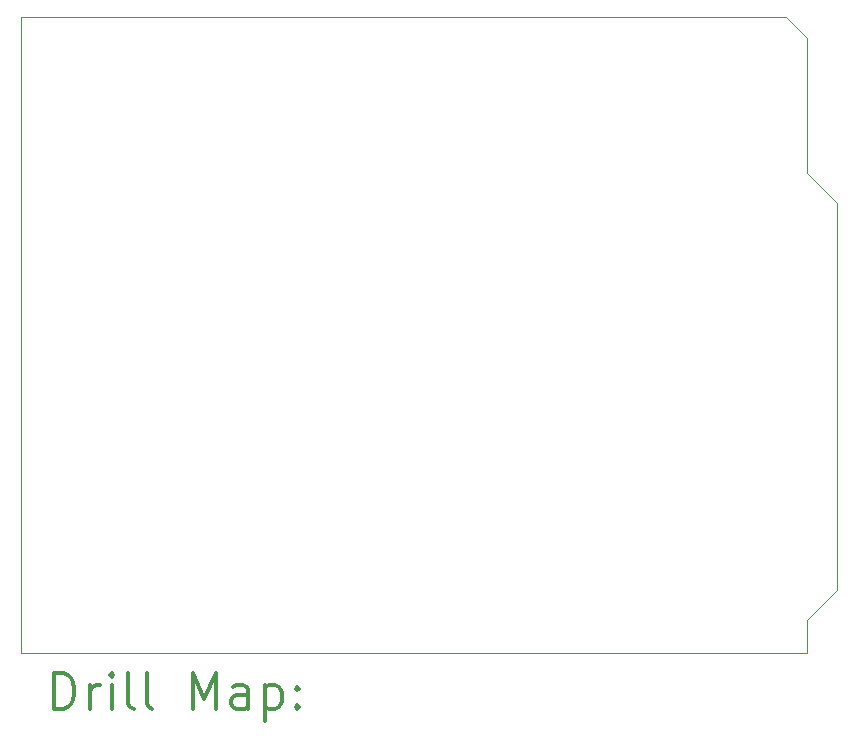
<source format=gbr>
%FSLAX45Y45*%
G04 Gerber Fmt 4.5, Leading zero omitted, Abs format (unit mm)*
G04 Created by KiCad (PCBNEW (5.1.7)-1) date 2021-01-26 00:26:25*
%MOMM*%
%LPD*%
G01*
G04 APERTURE LIST*
%TA.AperFunction,Profile*%
%ADD10C,0.050000*%
%TD*%
%ADD11C,0.200000*%
%ADD12C,0.300000*%
G04 APERTURE END LIST*
D10*
X11264900Y-11722100D02*
X11264900Y-6337300D01*
X17919700Y-11722100D02*
X11264900Y-11722100D01*
X17919700Y-11442700D02*
X17919700Y-11722100D01*
X18173700Y-11188700D02*
X17919700Y-11442700D01*
X18173700Y-7912100D02*
X18173700Y-11188700D01*
X17919700Y-7658100D02*
X18173700Y-7912100D01*
X17919700Y-6515100D02*
X17919700Y-7658100D01*
X17741900Y-6337300D02*
X17919700Y-6515100D01*
X11264900Y-6337300D02*
X17741900Y-6337300D01*
D11*
D12*
X11548828Y-12190314D02*
X11548828Y-11890314D01*
X11620257Y-11890314D01*
X11663114Y-11904600D01*
X11691686Y-11933171D01*
X11705971Y-11961743D01*
X11720257Y-12018886D01*
X11720257Y-12061743D01*
X11705971Y-12118886D01*
X11691686Y-12147457D01*
X11663114Y-12176029D01*
X11620257Y-12190314D01*
X11548828Y-12190314D01*
X11848828Y-12190314D02*
X11848828Y-11990314D01*
X11848828Y-12047457D02*
X11863114Y-12018886D01*
X11877400Y-12004600D01*
X11905971Y-11990314D01*
X11934543Y-11990314D01*
X12034543Y-12190314D02*
X12034543Y-11990314D01*
X12034543Y-11890314D02*
X12020257Y-11904600D01*
X12034543Y-11918886D01*
X12048828Y-11904600D01*
X12034543Y-11890314D01*
X12034543Y-11918886D01*
X12220257Y-12190314D02*
X12191686Y-12176029D01*
X12177400Y-12147457D01*
X12177400Y-11890314D01*
X12377400Y-12190314D02*
X12348828Y-12176029D01*
X12334543Y-12147457D01*
X12334543Y-11890314D01*
X12720257Y-12190314D02*
X12720257Y-11890314D01*
X12820257Y-12104600D01*
X12920257Y-11890314D01*
X12920257Y-12190314D01*
X13191686Y-12190314D02*
X13191686Y-12033171D01*
X13177400Y-12004600D01*
X13148828Y-11990314D01*
X13091686Y-11990314D01*
X13063114Y-12004600D01*
X13191686Y-12176029D02*
X13163114Y-12190314D01*
X13091686Y-12190314D01*
X13063114Y-12176029D01*
X13048828Y-12147457D01*
X13048828Y-12118886D01*
X13063114Y-12090314D01*
X13091686Y-12076029D01*
X13163114Y-12076029D01*
X13191686Y-12061743D01*
X13334543Y-11990314D02*
X13334543Y-12290314D01*
X13334543Y-12004600D02*
X13363114Y-11990314D01*
X13420257Y-11990314D01*
X13448828Y-12004600D01*
X13463114Y-12018886D01*
X13477400Y-12047457D01*
X13477400Y-12133171D01*
X13463114Y-12161743D01*
X13448828Y-12176029D01*
X13420257Y-12190314D01*
X13363114Y-12190314D01*
X13334543Y-12176029D01*
X13605971Y-12161743D02*
X13620257Y-12176029D01*
X13605971Y-12190314D01*
X13591686Y-12176029D01*
X13605971Y-12161743D01*
X13605971Y-12190314D01*
X13605971Y-12004600D02*
X13620257Y-12018886D01*
X13605971Y-12033171D01*
X13591686Y-12018886D01*
X13605971Y-12004600D01*
X13605971Y-12033171D01*
M02*

</source>
